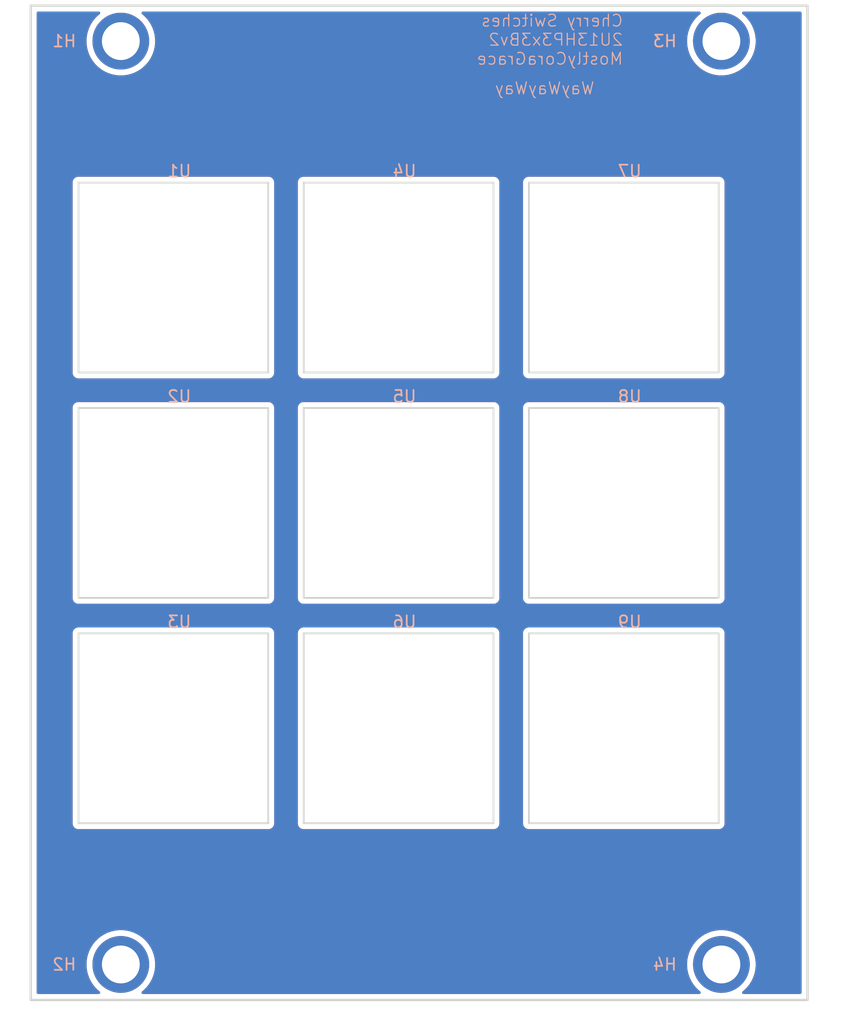
<source format=kicad_pcb>
(kicad_pcb (version 20241229) (generator "pcbnew") (generator_version "9.0")
  (layers (0 "F.Cu" signal) (2 "B.Cu" signal) (13 "F.Paste" user) (15 "B.Paste" user) (5 "F.SilkS" user "F.Silkscreen") (7 "B.SilkS" user "B.Silkscreen") (1 "F.Mask" user) (3 "B.Mask" user) (25 "Edge.Cuts" user))
  (net 0 "")
  (footprint "EXC:SW_Cherry_MX_1.00u_Clearance" (layer "F.Cu") (at 31.115 63.5125)
    (property "Reference" "U6" (at 0.5 -9 0) (layer "B.SilkS") (effects (justify mirror)))
    (property "Value" "~")
    (fp_rect (start -8.025 -8.025) (end 8.025 8.025) (stroke (width 0.15)) (fill no) (layer "Edge.Cuts"))
  )
  (footprint "EXC:MountingHole_3.2mm_M3" (layer "F.Cu") (at 7.62 83.475)
    (property "Reference" "H2" (at -3.683 0 0) (layer "B.SilkS") (effects (justify left mirror)))
    (property "Value" "Eurorack_M3_MountingHole")
    (pad "" thru_hole circle (at 0 0) (size 4.8 4.8) (drill 3.2) (layers "*.Cu" "*.Mask"))
  )
  (footprint "EXC:MountingHole_3.2mm_M3" (layer "F.Cu") (at 58.42 83.475)
    (property "Reference" "H4" (at -3.683 0 0) (layer "B.SilkS") (effects (justify left mirror)))
    (property "Value" "Eurorack_M3_MountingHole")
    (pad "" thru_hole circle (at 0 0) (size 4.8 4.8) (drill 3.2) (layers "*.Cu" "*.Mask"))
  )
  (footprint "EXC:SW_Cherry_MX_1.00u_Clearance" (layer "F.Cu") (at 31.115 25.4125)
    (property "Reference" "U4" (at 0.5 -9 0) (layer "B.SilkS") (effects (justify mirror)))
    (property "Value" "~")
    (fp_rect (start -8.025 -8.025) (end 8.025 8.025) (stroke (width 0.15)) (fill no) (layer "Edge.Cuts"))
  )
  (footprint "EXC:SW_Cherry_MX_1.00u_Clearance" (layer "F.Cu") (at 12.065 63.5125)
    (property "Reference" "U3" (at 0.5 -9 0) (layer "B.SilkS") (effects (justify mirror)))
    (property "Value" "~")
    (fp_rect (start -8.025 -8.025) (end 8.025 8.025) (stroke (width 0.15)) (fill no) (layer "Edge.Cuts"))
  )
  (footprint "EXC:MountingHole_3.2mm_M3" (layer "F.Cu") (at 7.62 5.425)
    (property "Reference" "H1" (at -3.683 0 0) (layer "B.SilkS") (effects (justify left mirror)))
    (property "Value" "Eurorack_M3_MountingHole")
    (pad "" thru_hole circle (at 0 0) (size 4.8 4.8) (drill 3.2) (layers "*.Cu" "*.Mask"))
  )
  (footprint "EXC:SW_Cherry_MX_1.00u_Clearance" (layer "F.Cu") (at 31.115 44.4625)
    (property "Reference" "U5" (at 0.5 -9 0) (layer "B.SilkS") (effects (justify mirror)))
    (property "Value" "~")
    (fp_rect (start -8.025 -8.025) (end 8.025 8.025) (stroke (width 0.15)) (fill no) (layer "Edge.Cuts"))
  )
  (footprint "EXC:SW_Cherry_MX_1.00u_Clearance" (layer "F.Cu") (at 50.165 25.4125)
    (property "Reference" "U7" (at 0.5 -9 0) (layer "B.SilkS") (effects (justify mirror)))
    (property "Value" "~")
    (fp_rect (start -8.025 -8.025) (end 8.025 8.025) (stroke (width 0.15)) (fill no) (layer "Edge.Cuts"))
  )
  (footprint "EXC:SW_Cherry_MX_1.00u_Clearance" (layer "F.Cu") (at 12.065 25.4125)
    (property "Reference" "U1" (at 0.5 -9 0) (layer "B.SilkS") (effects (justify mirror)))
    (property "Value" "~")
    (fp_rect (start -8.025 -8.025) (end 8.025 8.025) (stroke (width 0.15)) (fill no) (layer "Edge.Cuts"))
  )
  (footprint "EXC:MountingHole_3.2mm_M3" (layer "F.Cu") (at 58.42 5.425)
    (property "Reference" "H3" (at -3.683 0 0) (layer "B.SilkS") (effects (justify left mirror)))
    (property "Value" "Eurorack_M3_MountingHole")
    (pad "" thru_hole circle (at 0 0) (size 4.8 4.8) (drill 3.2) (layers "*.Cu" "*.Mask"))
  )
  (footprint "EXC:SW_Cherry_MX_1.00u_Clearance" (layer "F.Cu") (at 50.165 44.4625)
    (property "Reference" "U8" (at 0.5 -9 0) (layer "B.SilkS") (effects (justify mirror)))
    (property "Value" "~")
    (fp_rect (start -8.025 -8.025) (end 8.025 8.025) (stroke (width 0.15)) (fill no) (layer "Edge.Cuts"))
  )
  (footprint "EXC:SW_Cherry_MX_1.00u_Clearance" (layer "F.Cu") (at 12.065 44.4625)
    (property "Reference" "U2" (at 0.5 -9 0) (layer "B.SilkS") (effects (justify mirror)))
    (property "Value" "~")
    (fp_rect (start -8.025 -8.025) (end 8.025 8.025) (stroke (width 0.15)) (fill no) (layer "Edge.Cuts"))
  )
  (footprint "EXC:SW_Cherry_MX_1.00u_Clearance" (layer "F.Cu") (at 50.165 63.5125)
    (property "Reference" "U9" (at 0.5 -9 0) (layer "B.SilkS") (effects (justify mirror)))
    (property "Value" "~")
    (fp_rect (start -8.025 -8.025) (end 8.025 8.025) (stroke (width 0.15)) (fill no) (layer "Edge.Cuts"))
  )
  (gr_rect (start 0 2.425) (end 65.7 86.475) (stroke (width 0.2)) (fill no) (layer "Edge.Cuts"))
  (gr_text "Cherry Switches\n2U13HP3x3Bv2\nMostlyCoraGrace" (at 50.165 7.5 0) (layer "B.SilkS") (effects (font (size 1 1) (thickness 0.1)) (justify left bottom mirror)))
  (gr_text "WayWayWay" (at 47.75 10 0) (layer "B.SilkS") (effects (font (size 1 1) (thickness 0.1)) (justify left bottom mirror)))
  (zone (net 0) (net_name "") (layers "F.Cu" "B.Cu") (connect_pads (clearance 0.5)) (min_thickness 0.25) (fill yes (thermal_gap 0.5) (thermal_bridge_width 0.5) (island_removal_mode 1) (island_area_min 10))
    (polygon (pts (xy 0 2.425) (xy 65.7 2.425) (xy 65.7 86.475) (xy 0 86.475)))
  )
)
</source>
